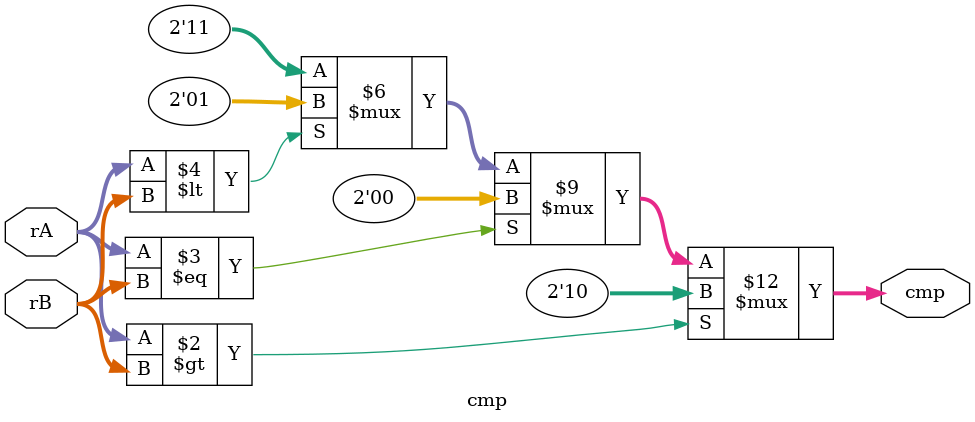
<source format=v>

module cmp (
	    rA,
	    rB,
	    cmp
	    );

   // Compare Results
   localparam EQ = 2'b00;
   localparam LT = 2'b01;
   localparam GT = 2'b10;

   //--------------------------------------------------------------------
   // Input Signals
   //--------------------------------------------------------------------
   input wire [7:0] rA;
   input wire [7:0] rB;

   //--------------------------------------------------------------------
   // Output Signals
   //--------------------------------------------------------------------
   output reg [1:0] cmp;


   always @(*)
     begin
	if (rA > rB)
	  begin
	     cmp <= GT;
	  end
	else
	  if (rA == rB)
	    begin
	       cmp <= EQ;
	    end
	  else
	    if (rA < rB)
	      begin
		 cmp <= LT;
	      end
	    else
	      begin
		 cmp <= 2'b11;
	      end
     end
endmodule

</source>
